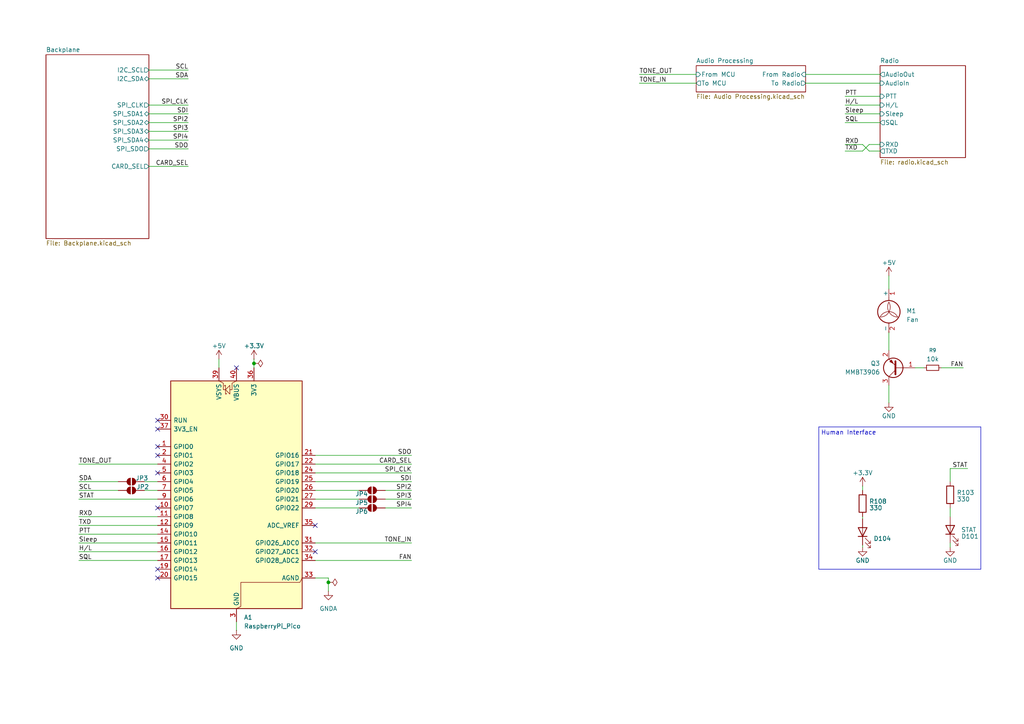
<source format=kicad_sch>
(kicad_sch (version 20250114) (generator "eeschema") (generator_version "9.0")
  (paper "A4")
  (title_block (title "Fennec Modem") (date "${ISSUE}") (rev "${REVISION}") (company "Kitsune Scientific") (comment 4 "${FULL_REVISION}"))
  (lib_symbols
    (symbol "Device:LED" (pin_numbers (hide yes)) (pin_names (offset 1.016) (hide yes))
      (property "Reference" "D" (at 0 2.54 0))
      (property "Value" "LED" (at 0 -2.54 0))
      (symbol "LED_0_1"
        (polyline (pts (xy -3.048 -0.762) (xy -4.572 -2.286) (xy -3.81 -2.286) (xy -4.572 -2.286) (xy -4.572 -1.524)))
        (polyline (pts (xy -1.778 -0.762) (xy -3.302 -2.286) (xy -2.54 -2.286) (xy -3.302 -2.286) (xy -3.302 -1.524)))
        (polyline (pts (xy -1.27 0) (xy 1.27 0)))
        (polyline (pts (xy -1.27 -1.27) (xy -1.27 1.27)) (stroke (width 0.254)))
        (polyline (pts (xy 1.27 -1.27) (xy 1.27 1.27) (xy -1.27 0) (xy 1.27 -1.27)) (stroke (width 0.254)))
      )
      (symbol "LED_1_1"
        (pin passive line (at -3.81 0 0) (length 2.54) (name "K") (number "1"))
        (pin passive line (at 3.81 0 180) (length 2.54) (name "A") (number "2"))
      )
    )
    (symbol "Device:R" (pin_numbers (hide yes)) (pin_names (offset 0))
      (property "Reference" "R" (at 2.032 0 90))
      (property "Value" "R" (at 0 0 90))
      (symbol "R_0_1"
        (rectangle (start -1.016 -2.54) (end 1.016 2.54) (stroke (width 0.254)))
      )
      (symbol "R_1_1"
        (pin passive line (at 0 3.81 270) (length 1.27) (name "~") (number "1"))
        (pin passive line (at 0 -3.81 90) (length 1.27) (name "~") (number "2"))
      )
    )
    (symbol "Device:R_Small" (pin_numbers (hide yes)) (pin_names (offset 0.254) (hide yes))
      (property "Reference" "R" (at 0 0 90))
      (property "Value" "R_Small" (at 1.778 0 90))
      (symbol "R_Small_0_1"
        (rectangle (start -0.762 1.778) (end 0.762 -1.778) (stroke (width 0.2032)))
      )
      (symbol "R_Small_1_1"
        (pin passive line (at 0 2.54 270) (length 0.762) (name "~") (number "1"))
        (pin passive line (at 0 -2.54 90) (length 0.762) (name "~") (number "2"))
      )
    )
    (symbol "GND_1" (power) (pin_numbers (hide yes)) (pin_names (offset 0) (hide yes))
      (property "Value" "GND" (at 0 -3.81 0))
      (symbol "GND_1_0_1"
        (polyline (pts (xy 0 0) (xy 0 -1.27) (xy 1.27 -1.27) (xy 0 -2.54) (xy -1.27 -1.27) (xy 0 -1.27)))
      )
      (symbol "GND_1_1_1"
        (pin power_in line (at 0 0 270) (length 0) (name "~") (number "1"))
      )
    )
    (symbol "Jumper:SolderJumper_2_Open" (pin_numbers (hide yes)) (pin_names (offset 0) (hide yes)) (in_bom no)
      (property "Reference" "JP" (at 0 2.032 0))
      (property "Value" "SolderJumper_2_Open" (at 0 -2.54 0))
      (symbol "SolderJumper_2_Open_0_1"
        (polyline (pts (xy -0.254 1.016) (xy -0.254 -1.016)))
        (arc (start -0.254 -1.016) (mid -1.2656 0) (end -0.254 1.016))
        (arc (start -0.254 -1.016) (mid -1.2656 0) (end -0.254 1.016) (fill (type outline)))
        (arc (start 0.254 1.016) (mid 1.2656 0) (end 0.254 -1.016))
        (arc (start 0.254 1.016) (mid 1.2656 0) (end 0.254 -1.016) (fill (type outline)))
        (polyline (pts (xy 0.254 1.016) (xy 0.254 -1.016)))
      )
      (symbol "SolderJumper_2_Open_1_1"
        (pin passive line (at -3.81 0 0) (length 2.54) (name "A") (number "1"))
        (pin passive line (at 3.81 0 180) (length 2.54) (name "B") (number "2"))
      )
    )
    (symbol "MCU_Module:RaspberryPi_Pico" (pin_names (offset 0.762))
      (property "Reference" "A" (at -19.05 35.56 0))
      (property "Value" "RaspberryPi_Pico" (at 7.62 35.56 0))
      (symbol "RaspberryPi_Pico_0_1"
        (rectangle (start -19.05 34.29) (end 19.05 -31.75) (stroke (width 0.254)) (fill (type background)))
        (polyline (pts (xy -5.08 34.29) (xy -3.81 33.655) (xy -3.81 31.75) (xy -3.175 31.75)))
        (polyline (pts (xy -3.429 32.766) (xy -3.429 33.02) (xy -3.175 33.02) (xy -3.175 30.48) (xy -2.921 30.48) (xy -2.921 30.734)))
        (polyline (pts (xy -3.175 31.75) (xy -1.905 33.02) (xy -1.905 30.48) (xy -3.175 31.75)))
        (polyline (pts (xy 0 34.29) (xy -1.27 33.655) (xy -1.27 31.75) (xy -1.905 31.75)))
        (polyline (pts (xy 0 -31.75) (xy 1.27 -31.115) (xy 1.27 -24.13) (xy 18.415 -24.13) (xy 19.05 -22.86)))
      )
      (symbol "RaspberryPi_Pico_1_1"
        (pin passive line (at -22.86 22.86 0) (length 3.81) (name "RUN") (number "30"))
        (pin passive line (at -22.86 20.32 0) (length 3.81) (name "3V3_EN") (number "37"))
        (pin bidirectional line (at -22.86 15.24 0) (length 3.81) (name "GPIO0") (number "1"))
        (pin bidirectional line (at -22.86 12.7 0) (length 3.81) (name "GPIO1") (number "2"))
        (pin bidirectional line (at -22.86 10.16 0) (length 3.81) (name "GPIO2") (number "4"))
        (pin bidirectional line (at -22.86 7.62 0) (length 3.81) (name "GPIO3") (number "5"))
        (pin bidirectional line (at -22.86 5.08 0) (length 3.81) (name "GPIO4") (number "6"))
        (pin bidirectional line (at -22.86 2.54 0) (length 3.81) (name "GPIO5") (number "7"))
        (pin bidirectional line (at -22.86 0 0) (length 3.81) (name "GPIO6") (number "9"))
        (pin bidirectional line (at -22.86 -2.54 0) (length 3.81) (name "GPIO7") (number "10"))
        (pin bidirectional line (at -22.86 -5.08 0) (length 3.81) (name "GPIO8") (number "11"))
        (pin bidirectional line (at -22.86 -7.62 0) (length 3.81) (name "GPIO9") (number "12"))
        (pin bidirectional line (at -22.86 -10.16 0) (length 3.81) (name "GPIO10") (number "14"))
        (pin bidirectional line (at -22.86 -12.7 0) (length 3.81) (name "GPIO11") (number "15"))
        (pin bidirectional line (at -22.86 -15.24 0) (length 3.81) (name "GPIO12") (number "16"))
        (pin bidirectional line (at -22.86 -17.78 0) (length 3.81) (name "GPIO13") (number "17"))
        (pin bidirectional line (at -22.86 -20.32 0) (length 3.81) (name "GPIO14") (number "19"))
        (pin bidirectional line (at -22.86 -22.86 0) (length 3.81) (name "GPIO15") (number "20"))
        (pin power_in line (at -5.08 38.1 270) (length 3.81) (name "VSYS") (number "39"))
        (pin power_out line (at 0 38.1 270) (length 3.81) (name "VBUS") (number "40"))
        (pin passive line (at 0 -35.56 90) (length 3.81) (hide yes) (name "GND") (number "13"))
        (pin passive line (at 0 -35.56 90) (length 3.81) (hide yes) (name "GND") (number "18"))
        (pin passive line (at 0 -35.56 90) (length 3.81) (hide yes) (name "GND") (number "23"))
        (pin passive line (at 0 -35.56 90) (length 3.81) (hide yes) (name "GND") (number "28"))
        (pin power_out line (at 0 -35.56 90) (length 3.81) (name "GND") (number "3"))
        (pin passive line (at 0 -35.56 90) (length 3.81) (hide yes) (name "GND") (number "38"))
        (pin passive line (at 0 -35.56 90) (length 3.81) (hide yes) (name "GND") (number "8"))
        (pin power_out line (at 5.08 38.1 270) (length 3.81) (name "3V3") (number "36"))
        (pin bidirectional line (at 22.86 12.7 180) (length 3.81) (name "GPIO16") (number "21"))
        (pin bidirectional line (at 22.86 10.16 180) (length 3.81) (name "GPIO17") (number "22"))
        (pin bidirectional line (at 22.86 7.62 180) (length 3.81) (name "GPIO18") (number "24"))
        (pin bidirectional line (at 22.86 5.08 180) (length 3.81) (name "GPIO19") (number "25"))
        (pin bidirectional line (at 22.86 2.54 180) (length 3.81) (name "GPIO20") (number "26"))
        (pin bidirectional line (at 22.86 0 180) (length 3.81) (name "GPIO21") (number "27"))
        (pin bidirectional line (at 22.86 -2.54 180) (length 3.81) (name "GPIO22") (number "29"))
        (pin power_in line (at 22.86 -7.62 180) (length 3.81) (name "ADC_VREF") (number "35"))
        (pin bidirectional line (at 22.86 -12.7 180) (length 3.81) (name "GPIO26_ADC0") (number "31"))
        (pin bidirectional line (at 22.86 -15.24 180) (length 3.81) (name "GPIO27_ADC1") (number "32"))
        (pin bidirectional line (at 22.86 -17.78 180) (length 3.81) (name "GPIO28_ADC2") (number "34"))
        (pin power_out line (at 22.86 -22.86 180) (length 3.81) (name "AGND") (number "33"))
      )
    )
    (symbol "Motor:Fan" (pin_names (offset 0))
      (property "Reference" "M" (at 2.54 5.08 0))
      (property "Value" "Fan" (at 2.54 -2.54 0))
      (symbol "Fan_0_1"
        (arc (start 0 3.81) (mid -0.0015 0.9048) (end -2.54 -0.508))
        (polyline (pts (xy 0 4.572) (xy 0 5.08)))
        (polyline (pts (xy 0 4.2672) (xy 0 4.6228)))
        (circle (center 0 1.016) (radius 3.2512) (stroke (width 0.254)))
        (arc (start -2.54 -0.508) (mid 0 1.0618) (end 2.54 -0.508))
        (polyline (pts (xy 0 -2.2352) (xy 0 -2.6416)))
        (polyline (pts (xy 0 -5.08) (xy 0 -4.572)))
        (arc (start 2.54 -0.508) (mid 0.047 0.9315) (end 0 3.81))
      )
      (symbol "Fan_1_1"
        (pin passive line (at 0 7.62 270) (length 2.54) (name "+") (number "1"))
        (pin passive line (at 0 -5.08 90) (length 2.54) (name "-") (number "2"))
      )
    )
    (symbol "Transistor_BJT:MMBT3906" (pin_names (offset 0) (hide yes))
      (property "Reference" "Q" (at 5.08 1.905 0))
      (property "Value" "MMBT3906" (at 5.08 0 0))
      (symbol "MMBT3906_0_1"
        (polyline (pts (xy -2.54 0) (xy 0.635 0)))
        (polyline (pts (xy 0.635 1.905) (xy 0.635 -1.905)) (stroke (width 0.508)))
        (polyline (pts (xy 0.635 0.635) (xy 2.54 2.54)))
        (polyline (pts (xy 0.635 -0.635) (xy 2.54 -2.54)))
        (circle (center 1.27 0) (radius 2.8194) (stroke (width 0.254)))
        (polyline (pts (xy 2.286 -1.778) (xy 1.778 -2.286) (xy 1.27 -1.27) (xy 2.286 -1.778)) (fill (type outline)))
      )
      (symbol "MMBT3906_1_1"
        (pin input line (at -5.08 0 0) (length 2.54) (name "B") (number "1"))
        (pin passive line (at 2.54 5.08 270) (length 2.54) (name "C") (number "3"))
        (pin passive line (at 2.54 -5.08 90) (length 2.54) (name "E") (number "2"))
      )
    )
    (symbol "power:+3.3V" (power) (pin_numbers (hide yes)) (pin_names (offset 0) (hide yes))
      (property "Value" "+3.3V" (at 0 3.556 0))
      (symbol "+3.3V_0_1"
        (polyline (pts (xy -0.762 1.27) (xy 0 2.54)))
        (polyline (pts (xy 0 2.54) (xy 0.762 1.27)))
        (polyline (pts (xy 0 0) (xy 0 2.54)))
      )
      (symbol "+3.3V_1_1"
        (pin power_in line (at 0 0 90) (length 0) (name "~") (number "1"))
      )
    )
    (symbol "power:+5V" (power) (pin_names (offset 0))
      (property "Value" "+5V" (at 0 3.556 0))
      (symbol "+5V_0_1"
        (polyline (pts (xy -0.762 1.27) (xy 0 2.54)))
        (polyline (pts (xy 0 2.54) (xy 0.762 1.27)))
        (polyline (pts (xy 0 0) (xy 0 2.54)))
      )
      (symbol "+5V_1_1"
        (pin power_in line (at 0 0 90) (length 0) (hide yes) (name "+5V") (number "1"))
      )
    )
    (symbol "power:GND" (power) (pin_names (offset 0))
      (property "Value" "GND" (at 0 -3.81 0))
      (symbol "GND_0_1"
        (polyline (pts (xy 0 0) (xy 0 -1.27) (xy 1.27 -1.27) (xy 0 -2.54) (xy -1.27 -1.27) (xy 0 -1.27)))
      )
      (symbol "GND_1_1"
        (pin power_in line (at 0 0 270) (length 0) (hide yes) (name "GND") (number "1"))
      )
    )
    (symbol "power:GNDA" (power) (pin_numbers (hide yes)) (pin_names (offset 0) (hide yes))
      (property "Value" "GNDA" (at 0 -3.81 0))
      (symbol "GNDA_0_1"
        (polyline (pts (xy 0 0) (xy 0 -1.27) (xy 1.27 -1.27) (xy 0 -2.54) (xy -1.27 -1.27) (xy 0 -1.27)))
      )
      (symbol "GNDA_1_1"
        (pin power_in line (at 0 0 270) (length 0) (name "~") (number "1"))
      )
    )
    (symbol "power:PWR_FLAG" (power) (pin_numbers (hide yes)) (pin_names (offset 0) (hide yes))
      (property "Value" "PWR_FLAG" (at 0 3.81 0))
      (symbol "PWR_FLAG_0_0"
        (pin power_out line (at 0 0 90) (length 0) (name "~") (number "1"))
      )
      (symbol "PWR_FLAG_0_1"
        (polyline (pts (xy 0 0) (xy 0 1.27) (xy -1.016 1.905) (xy 0 2.54) (xy 1.016 1.905) (xy 0 1.27)))
      )
    )
  )
  (text "Human Interface" (at 238.125 126.365 0) (effects (font (size 1.27 1.27)) (justify left bottom)))
  (junction (at 73.66 105.41))
  (junction (at 95.25 168.91))
  (no_connect (at 91.44 152.4))
  (no_connect (at 45.72 147.32))
  (no_connect (at 45.72 132.08))
  (no_connect (at 45.72 124.46))
  (no_connect (at 45.72 137.16))
  (no_connect (at 68.58 106.68))
  (no_connect (at 45.72 167.64))
  (no_connect (at 91.44 160.02))
  (no_connect (at 45.72 129.54))
  (no_connect (at 45.72 121.92))
  (no_connect (at 45.72 165.1))
  (wire (pts (xy 22.86 134.62) (xy 45.72 134.62)))
  (wire (pts (xy 22.86 152.4) (xy 45.72 152.4)))
  (wire (pts (xy 245.11 30.48) (xy 255.27 30.48)))
  (polyline (pts (xy 284.48 123.825) (xy 284.48 165.1)))
  (wire (pts (xy 119.38 134.62) (xy 91.44 134.62)))
  (polyline (pts (xy 237.49 123.825) (xy 284.48 123.825)))
  (polyline (pts (xy 284.48 165.1) (xy 237.49 165.1)))
  (wire (pts (xy 250.19 140.97) (xy 250.19 142.24)))
  (wire (pts (xy 252.095 41.91) (xy 255.27 41.91)))
  (wire (pts (xy 41.91 142.24) (xy 45.72 142.24)))
  (wire (pts (xy 43.18 40.64) (xy 54.61 40.64)))
  (wire (pts (xy 91.44 144.78) (xy 104.14 144.78)))
  (wire (pts (xy 250.19 149.86) (xy 250.19 150.495)))
  (wire (pts (xy 91.44 139.7) (xy 119.38 139.7)))
  (wire (pts (xy 43.18 38.1) (xy 54.61 38.1)))
  (wire (pts (xy 252.095 43.815) (xy 255.27 43.815)))
  (wire (pts (xy 22.86 144.78) (xy 45.72 144.78)))
  (wire (pts (xy 185.42 24.13) (xy 201.93 24.13)))
  (wire (pts (xy 43.18 43.18) (xy 54.61 43.18)))
  (wire (pts (xy 73.66 105.41) (xy 73.66 106.68)))
  (wire (pts (xy 257.81 96.52) (xy 257.81 101.6)))
  (wire (pts (xy 43.18 48.26) (xy 54.61 48.26)))
  (polyline (pts (xy 237.49 165.1) (xy 237.49 123.825)))
  (wire (pts (xy 95.25 167.64) (xy 91.44 167.64)))
  (wire (pts (xy 91.44 137.16) (xy 119.38 137.16)))
  (wire (pts (xy 43.18 35.56) (xy 54.61 35.56)))
  (wire (pts (xy 22.86 157.48) (xy 45.72 157.48)))
  (wire (pts (xy 91.44 132.08) (xy 119.38 132.08)))
  (wire (pts (xy 245.11 41.91) (xy 250.19 41.91)))
  (wire (pts (xy 43.18 22.86) (xy 54.61 22.86)))
  (wire (pts (xy 257.81 80.01) (xy 257.81 83.82)))
  (wire (pts (xy 233.68 21.59) (xy 255.27 21.59)))
  (wire (pts (xy 43.18 30.48) (xy 54.61 30.48)))
  (wire (pts (xy 43.18 20.32) (xy 54.61 20.32)))
  (wire (pts (xy 73.66 104.14) (xy 73.66 105.41)))
  (wire (pts (xy 91.44 142.24) (xy 104.14 142.24)))
  (wire (pts (xy 273.05 106.68) (xy 279.4 106.68)))
  (wire (pts (xy 245.11 43.815) (xy 250.19 43.815)))
  (wire (pts (xy 43.18 33.02) (xy 54.61 33.02)))
  (wire (pts (xy 280.67 135.89) (xy 275.59 135.89)))
  (wire (pts (xy 34.29 139.7) (xy 22.86 139.7)))
  (wire (pts (xy 275.59 147.32) (xy 275.59 149.86)))
  (wire (pts (xy 111.76 147.32) (xy 119.38 147.32)))
  (wire (pts (xy 275.59 157.48) (xy 275.59 158.75)))
  (wire (pts (xy 22.86 160.02) (xy 45.72 160.02)))
  (wire (pts (xy 91.44 147.32) (xy 104.14 147.32)))
  (wire (pts (xy 22.86 162.56) (xy 45.72 162.56)))
  (wire (pts (xy 22.86 149.86) (xy 45.72 149.86)))
  (wire (pts (xy 95.25 171.45) (xy 95.25 168.91)))
  (wire (pts (xy 22.86 154.94) (xy 45.72 154.94)))
  (wire (pts (xy 41.91 139.7) (xy 45.72 139.7)))
  (wire (pts (xy 111.76 144.78) (xy 119.38 144.78)))
  (wire (pts (xy 245.11 27.94) (xy 255.27 27.94)))
  (wire (pts (xy 95.25 168.91) (xy 95.25 167.64)))
  (wire (pts (xy 245.11 35.56) (xy 255.27 35.56)))
  (wire (pts (xy 63.5 104.14) (xy 63.5 106.68)))
  (wire (pts (xy 257.81 111.76) (xy 257.81 116.84)))
  (wire (pts (xy 34.29 142.24) (xy 22.86 142.24)))
  (wire (pts (xy 91.44 162.56) (xy 119.38 162.56)))
  (wire (pts (xy 185.42 21.59) (xy 201.93 21.59)))
  (wire (pts (xy 68.58 180.34) (xy 68.58 182.88)))
  (wire (pts (xy 245.11 33.02) (xy 255.27 33.02)))
  (wire (pts (xy 111.76 142.24) (xy 119.38 142.24)))
  (wire (pts (xy 275.59 135.89) (xy 275.59 139.7)))
  (wire (pts (xy 119.38 157.48) (xy 91.44 157.48)))
  (wire (pts (xy 233.68 24.13) (xy 255.27 24.13)))
  (wire (pts (xy 250.19 43.815) (xy 252.095 41.91)))
  (wire (pts (xy 265.43 106.68) (xy 267.97 106.68)))
  (wire (pts (xy 250.19 158.115) (xy 250.19 158.75)))
  (wire (pts (xy 250.19 41.91) (xy 252.095 43.815)))
  (label "STAT" (at 280.67 135.89 180))
  (label "TXD" (at 22.86 152.4 0))
  (label "SDO" (at 119.38 132.08 180))
  (label "Sleep" (at 245.11 33.02 0))
  (label "SQL" (at 245.11 35.56 0))
  (label "TONE_IN" (at 185.42 24.13 0))
  (label "H{slash}L" (at 22.86 160.02 0))
  (label "SDO" (at 54.61 43.18 180))
  (label "RXD" (at 245.11 41.91 0))
  (label "SDA" (at 54.61 22.86 180))
  (label "PTT" (at 245.11 27.94 0))
  (label "STAT" (at 22.86 144.78 0))
  (label "H{slash}L" (at 245.11 30.48 0))
  (label "PTT" (at 22.86 154.94 0))
  (label "SCL" (at 22.86 142.24 0))
  (label "CARD_SEL" (at 119.38 134.62 180))
  (label "Sleep" (at 22.86 157.48 0))
  (label "SPI_CLK" (at 119.38 137.16 180))
  (label "FAN" (at 119.38 162.56 180))
  (label "SPI3" (at 119.38 144.78 180))
  (label "SPI2" (at 54.61 35.56 180))
  (label "SDA" (at 22.86 139.7 0))
  (label "SPI4" (at 54.61 40.64 180))
  (label "TONE_OUT" (at 185.42 21.59 0))
  (label "SCL" (at 54.61 20.32 180))
  (label "SPI2" (at 119.38 142.24 180))
  (label "TONE_OUT" (at 22.86 134.62 0))
  (label "RXD" (at 22.86 149.86 0))
  (label "TXD" (at 245.11 43.815 0))
  (label "FAN" (at 279.4 106.68 180))
  (label "SDI" (at 54.61 33.02 180))
  (label "SPI3" (at 54.61 38.1 180))
  (label "TONE_IN" (at 119.38 157.48 180))
  (label "CARD_SEL" (at 54.61 48.26 180))
  (label "SQL" (at 22.86 162.56 0))
  (label "SPI4" (at 119.38 147.32 180))
  (label "SPI_CLK" (at 54.61 30.48 180))
  (label "SDI" (at 119.38 139.7 180))
  (symbol (lib_id "power:+3.3V") (at 250.19 140.97 0) (unit 1)
    (property "Reference" "#PWR016" (effects (hide yes)))
    (property "Value" "+3.3V" (at 250.19 137.16 0))
    (property "Description" "Power symbol creates a global label with name \"+3.3V\"" (effects (hide yes)))
  )
  (symbol (lib_id "Jumper:SolderJumper_2_Open") (at 38.1 139.7 0) (unit 1) (in_bom no)
    (property "Reference" "JP3" (at 41.148 138.684 0))
    (property "Value" "SolderJumper_2_Open" (effects (hide yes)))
    (property "Footprint" "Jumper:SolderJumper-2_P1.3mm_Open_TrianglePad1.0x1.5mm" (effects (hide yes)))
    (property "Description" "Solder Jumper, 2-pole, open" (effects (hide yes)))
  )
  (symbol (lib_id "Device:R") (at 275.59 143.51 180) (unit 1)
    (property "Reference" "R103" (at 277.495 142.875 0) (effects (justify right)))
    (property "Value" "330" (at 277.495 144.78 0) (effects (justify right)))
    (property "Footprint" "Resistor_SMD:R_0805_2012Metric" (effects (hide yes)))
  )
  (symbol (lib_id "Jumper:SolderJumper_2_Open") (at 107.95 144.78 180) (unit 1) (in_bom no)
    (property "Reference" "JP5" (at 104.902 145.796 0))
    (property "Value" "SolderJumper_2_Open" (effects (hide yes)))
    (property "Footprint" "Jumper:SolderJumper-2_P1.3mm_Open_TrianglePad1.0x1.5mm" (effects (hide yes)))
    (property "Description" "Solder Jumper, 2-pole, open" (effects (hide yes)))
  )
  (symbol (lib_id "Jumper:SolderJumper_2_Open") (at 38.1 142.24 0) (unit 1) (in_bom no)
    (property "Reference" "JP2" (at 41.402 141.224 0))
    (property "Value" "SolderJumper_2_Open" (effects (hide yes)))
    (property "Footprint" "Jumper:SolderJumper-2_P1.3mm_Open_TrianglePad1.0x1.5mm" (effects (hide yes)))
    (property "Description" "Solder Jumper, 2-pole, open" (effects (hide yes)))
  )
  (symbol (lib_name "GND_1") (lib_id "power:GND") (at 68.58 182.88 0) (unit 1)
    (property "Reference" "#PWR010" (effects (hide yes)))
    (property "Value" "GND" (at 68.58 187.96 0))
    (property "Description" "Power symbol creates a global label with name \"GND\" , ground" (effects (hide yes)))
  )
  (symbol (lib_id "Motor:Fan") (at 257.81 91.44 0) (unit 1)
    (property "Reference" "M1" (at 262.89 90.1699 0) (effects (justify left)))
    (property "Value" "Fan" (at 262.89 92.7099 0) (effects (justify left)))
    (property "Footprint" "Connector_PinHeader_2.54mm:PinHeader_1x02_P2.54mm_Vertical" (effects (hide yes)))
    (property "Description" "Fan" (effects (hide yes)))
  )
  (symbol (lib_id "power:GNDA") (at 95.25 171.45 0) (unit 1)
    (property "Reference" "#PWR014" (effects (hide yes)))
    (property "Value" "GNDA" (at 95.25 176.53 0))
    (property "Description" "Power symbol creates a global label with name \"GNDA\" , analog ground" (effects (hide yes)))
  )
  (symbol (lib_id "power:GND") (at 250.19 158.75 0) (unit 1)
    (property "Reference" "#PWR0116" (effects (hide yes)))
    (property "Value" "GND" (at 250.19 162.56 0))
  )
  (symbol (lib_id "Jumper:SolderJumper_2_Open") (at 107.95 147.32 180) (unit 1) (in_bom no)
    (property "Reference" "JP6" (at 104.902 148.336 0))
    (property "Value" "SolderJumper_2_Open" (effects (hide yes)))
    (property "Footprint" "Jumper:SolderJumper-2_P1.3mm_Open_TrianglePad1.0x1.5mm" (effects (hide yes)))
    (property "Description" "Solder Jumper, 2-pole, open" (effects (hide yes)))
  )
  (symbol (lib_id "Device:R") (at 250.19 146.05 180) (unit 1)
    (property "Reference" "R108" (at 252.095 145.415 0) (effects (justify right)))
    (property "Value" "330" (at 252.095 147.32 0) (effects (justify right)))
    (property "Footprint" "Resistor_SMD:R_0805_2012Metric" (effects (hide yes)))
  )
  (symbol (lib_id "Device:LED") (at 275.59 153.67 90) (unit 1)
    (property "Reference" "D101" (at 278.765 155.575 90) (effects (justify right)))
    (property "Value" "STAT" (at 278.765 153.67 90) (effects (justify right)))
    (property "Footprint" "LED_THT:LED_D3.0mm_Horizontal_O1.27mm_Z2.0mm" (effects (hide yes)))
  )
  (symbol (lib_name "GND_1") (lib_id "power:GND") (at 257.81 116.84 0) (unit 1)
    (property "Reference" "#PWR023" (effects (hide yes)))
    (property "Value" "GND" (at 257.81 120.65 0))
    (property "Description" "Power symbol creates a global label with name \"GND\" , ground" (effects (hide yes)))
  )
  (symbol (lib_id "Transistor_BJT:MMBT3906") (at 260.35 106.68 180) (unit 1)
    (property "Reference" "Q3" (at 255.27 105.4099 0) (effects (justify left)))
    (property "Value" "MMBT3906" (at 255.27 107.9499 0) (effects (justify left)))
    (property "Footprint" "Package_TO_SOT_SMD:SOT-23" (effects (hide yes)))
    (property "Datasheet" "https://www.onsemi.com/pdf/datasheet/pzt3906-d.pdf" (effects (hide yes)))
    (property "Description" "-0.2A Ic, -40V Vce, Small Signal PNP Transistor, SOT-23" (effects (hide yes)))
  )
  (symbol (lib_id "power:GND") (at 275.59 158.75 0) (unit 1)
    (property "Reference" "#PWR015" (effects (hide yes)))
    (property "Value" "GND" (at 275.59 162.56 0))
  )
  (symbol (lib_id "power:+3.3V") (at 73.66 104.14 0) (unit 1)
    (property "Reference" "#PWR011" (effects (hide yes)))
    (property "Value" "+3.3V" (at 73.66 100.33 0))
    (property "Description" "Power symbol creates a global label with name \"+3.3V\"" (effects (hide yes)))
  )
  (symbol (lib_id "MCU_Module:RaspberryPi_Pico") (at 68.58 144.78 0) (unit 1)
    (property "Reference" "A1" (at 70.7233 179.07 0) (effects (justify left)))
    (property "Value" "RaspberryPi_Pico" (at 70.7233 181.61 0) (effects (justify left)))
    (property "Footprint" "Module:RaspberryPi_Pico_Common_THT" (effects (hide yes)))
    (property "Datasheet" "https://datasheets.raspberrypi.com/pico/pico-datasheet.pdf" (effects (hide yes)))
    (property "Description" "Versatile and inexpensive microcontroller module powered by RP2040 dual-core Arm Cortex-M0+ processor up to 133 MHz, 264kB SRAM, 2MB QSPI flash; also supports Raspberry Pi Pico 2" (effects (hide yes)))
  )
  (symbol (lib_id "power:PWR_FLAG") (at 95.25 168.91 270) (unit 1)
    (property "Reference" "#FLG02" (effects (hide yes)))
    (property "Value" "PWR_FLAG" (effects (hide yes)))
    (property "Description" "Special symbol for telling ERC where power comes from" (effects (hide yes)))
  )
  (symbol (lib_id "power:+5V") (at 257.81 80.01 0) (unit 1)
    (property "Reference" "#PWR022" (effects (hide yes)))
    (property "Value" "+5V" (at 257.81 76.2 0))
  )
  (symbol (lib_id "power:+5V") (at 63.5 104.14 0) (unit 1)
    (property "Reference" "#PWR09" (effects (hide yes)))
    (property "Value" "+5V" (at 63.5 100.33 0))
  )
  (symbol (lib_id "Jumper:SolderJumper_2_Open") (at 107.95 142.24 180) (unit 1) (in_bom no)
    (property "Reference" "JP4" (at 104.902 143.256 0))
    (property "Value" "SolderJumper_2_Open" (effects (hide yes)))
    (property "Footprint" "Jumper:SolderJumper-2_P1.3mm_Open_TrianglePad1.0x1.5mm" (effects (hide yes)))
    (property "Description" "Solder Jumper, 2-pole, open" (effects (hide yes)))
  )
  (symbol (lib_id "Device:LED") (at 250.19 154.305 90) (unit 1)
    (property "Reference" "D104" (at 253.365 156.21 90) (effects (justify right)))
    (property "Value" "PWR" (effects (hide yes)))
    (property "Footprint" "LED_THT:LED_D3.0mm_Horizontal_O1.27mm_Z2.0mm" (effects (hide yes)))
  )
  (symbol (lib_id "power:PWR_FLAG") (at 73.66 105.41 270) (unit 1)
    (property "Reference" "#FLG01" (effects (hide yes)))
    (property "Value" "PWR_FLAG" (effects (hide yes)))
    (property "Description" "Special symbol for telling ERC where power comes from" (effects (hide yes)))
  )
  (symbol (lib_id "Device:R_Small") (at 270.51 106.68 90) (unit 1)
    (property "Reference" "R9" (at 270.51 101.6 90) (effects (font (size 1.016 1.016))))
    (property "Value" "10k" (at 270.51 104.14 90))
    (property "Footprint" "Resistor_SMD:R_0805_2012Metric" (effects (hide yes)))
    (property "Description" "Resistor, small symbol" (effects (hide yes)))
  )
  (sheet (at 13.335 15.875) (size 29.845 53.34) (stroke (width 0.1524))
    (property "Sheetname" "Backplane" (at 13.335 15.1634 0) (effects (justify left bottom)))
    (property "Sheetfile" "Backplane.kicad_sch" (at 13.335 69.7996 0) (effects (justify left top)))
    (pin "I2C_SCL" output (at 43.18 20.32 0))
    (pin "I2C_SDA" bidirectional (at 43.18 22.86 0))
    (pin "SPI_SDA3" bidirectional (at 43.18 38.1 0))
    (pin "SPI_SDA2" bidirectional (at 43.18 35.56 0))
    (pin "SPI_SDA1" bidirectional (at 43.18 33.02 0))
    (pin "SPI_SDA4" bidirectional (at 43.18 40.64 0))
    (pin "SPI_CLK" output (at 43.18 30.48 0))
    (pin "SPI_SDO" output (at 43.18 43.18 0))
    (pin "CARD_SEL" output (at 43.18 48.26 0))
  )
  (sheet (at 255.27 19.05) (size 24.765 26.67) (stroke (width 0.1524))
    (property "Sheetname" "Radio" (at 255.27 18.3384 0) (effects (justify left bottom)))
    (property "Sheetfile" "radio.kicad_sch" (at 255.27 46.3046 0) (effects (justify left top)))
    (pin "AudioOut" output (at 255.27 21.59 180))
    (pin "AudioIn" input (at 255.27 24.13 180))
    (pin "PTT" input (at 255.27 27.94 180))
    (pin "TXD" output (at 255.27 43.815 180))
    (pin "RXD" input (at 255.27 41.91 180))
    (pin "Sleep" input (at 255.27 33.02 180))
    (pin "H{slash}L" input (at 255.27 30.48 180))
    (pin "SQL" output (at 255.27 35.56 180))
  )
  (sheet (at 201.93 19.05) (size 31.75 7.62) (stroke (width 0.1524))
    (property "Sheetname" "Audio Processing" (at 201.93 18.3384 0) (effects (justify left bottom)))
    (property "Sheetfile" "Audio Processing.kicad_sch" (at 201.93 27.2546 0) (effects (justify left top)))
    (pin "To MCU" output (at 201.93 24.13 180))
    (pin "From Radio" input (at 233.68 21.59 0))
    (pin "To Radio" output (at 233.68 24.13 0))
    (pin "From MCU" input (at 201.93 21.59 180))
  )
)
</source>
